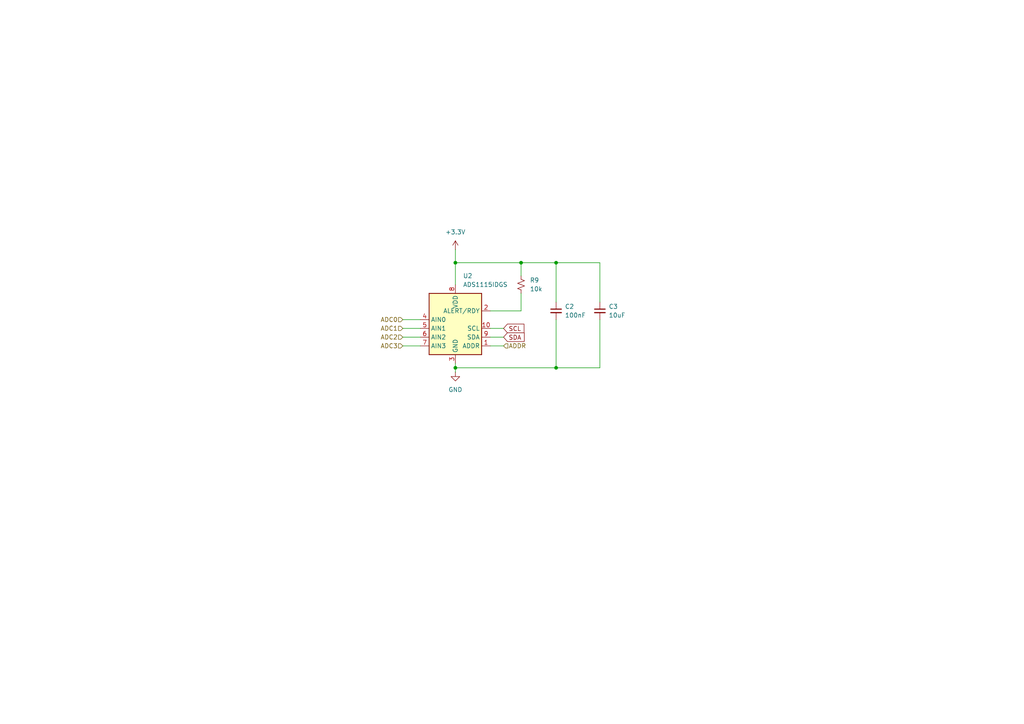
<source format=kicad_sch>
(kicad_sch (version 20250114) (generator "eeschema") (generator_version "9.0")
  (paper "A4")
  (lib_symbols
    (symbol "Analog_ADC:ADS1015IDGS"
      (property "Reference" "U" (at 2.54 13.97 0))
      (property "Value" "ADS1015IDGS" (at 7.62 11.43 0))
      (symbol "ADS1015IDGS_0_1"
        (rectangle (start -7.62 10.16) (end 7.62 -7.62) (stroke (width 0.254)) (fill (type background)))
      )
      (symbol "ADS1015IDGS_1_1"
        (pin input line (at -10.16 2.54 0) (length 2.54) (name "AIN0") (number "4"))
        (pin input line (at -10.16 0 0) (length 2.54) (name "AIN1") (number "5"))
        (pin input line (at -10.16 -2.54 0) (length 2.54) (name "AIN2") (number "6"))
        (pin input line (at -10.16 -5.08 0) (length 2.54) (name "AIN3") (number "7"))
        (pin power_in line (at 0 12.7 270) (length 2.54) (name "VDD") (number "8"))
        (pin power_in line (at 0 -10.16 90) (length 2.54) (name "GND") (number "3"))
        (pin output line (at 10.16 5.08 180) (length 2.54) (name "ALERT/RDY") (number "2"))
        (pin input line (at 10.16 0 180) (length 2.54) (name "SCL") (number "10"))
        (pin bidirectional line (at 10.16 -2.54 180) (length 2.54) (name "SDA") (number "9"))
        (pin input line (at 10.16 -5.08 180) (length 2.54) (name "ADDR") (number "1"))
      )
    )
    (symbol "Device:C_Small" (pin_numbers (hide yes)) (pin_names (offset 0.254) (hide yes))
      (property "Reference" "C" (at 0.254 1.778 0))
      (property "Value" "C_Small" (at 0.254 -2.032 0))
      (symbol "C_Small_0_1"
        (polyline (pts (xy -1.524 0.508) (xy 1.524 0.508)) (stroke (width 0.3048)))
        (polyline (pts (xy -1.524 -0.508) (xy 1.524 -0.508)) (stroke (width 0.3302)))
      )
      (symbol "C_Small_1_1"
        (pin passive line (at 0 2.54 270) (length 2.032) (name "~") (number "1"))
        (pin passive line (at 0 -2.54 90) (length 2.032) (name "~") (number "2"))
      )
    )
    (symbol "Device:R_Small_US" (pin_numbers (hide yes)) (pin_names (offset 0.254) (hide yes))
      (property "Reference" "R" (at 0.762 0.508 0))
      (property "Value" "R_Small_US" (at 0.762 -1.016 0))
      (symbol "R_Small_US_1_1"
        (polyline (pts (xy 0 1.524) (xy 1.016 1.143) (xy 0 0.762) (xy -1.016 0.381) (xy 0 0)))
        (polyline (pts (xy 0 0) (xy 1.016 -0.381) (xy 0 -0.762) (xy -1.016 -1.143) (xy 0 -1.524)))
        (pin passive line (at 0 2.54 270) (length 1.016) (name "~") (number "1"))
        (pin passive line (at 0 -2.54 90) (length 1.016) (name "~") (number "2"))
      )
    )
    (symbol "power:+3.3V" (power) (pin_numbers (hide yes)) (pin_names (offset 0) (hide yes))
      (property "Value" "+3.3V" (at 0 3.556 0))
      (symbol "+3.3V_0_1"
        (polyline (pts (xy -0.762 1.27) (xy 0 2.54)))
        (polyline (pts (xy 0 2.54) (xy 0.762 1.27)))
        (polyline (pts (xy 0 0) (xy 0 2.54)))
      )
      (symbol "+3.3V_1_1"
        (pin power_in line (at 0 0 90) (length 0) (name "~") (number "1"))
      )
    )
    (symbol "power:GND" (power) (pin_numbers (hide yes)) (pin_names (offset 0) (hide yes))
      (property "Value" "GND" (at 0 -3.81 0))
      (symbol "GND_0_1"
        (polyline (pts (xy 0 0) (xy 0 -1.27) (xy 1.27 -1.27) (xy 0 -2.54) (xy -1.27 -1.27) (xy 0 -1.27)))
      )
      (symbol "GND_1_1"
        (pin power_in line (at 0 0 270) (length 0) (name "~") (number "1"))
      )
    )
  )
  (junction (at 132.08 76.2))
  (junction (at 151.13 76.2))
  (junction (at 132.08 106.68))
  (junction (at 161.29 106.68))
  (junction (at 161.29 76.2))
  (wire (pts (xy 116.84 95.25) (xy 121.92 95.25)))
  (wire (pts (xy 161.29 106.68) (xy 132.08 106.68)))
  (wire (pts (xy 151.13 90.17) (xy 151.13 85.09)))
  (wire (pts (xy 151.13 76.2) (xy 151.13 80.01)))
  (wire (pts (xy 132.08 76.2) (xy 151.13 76.2)))
  (wire (pts (xy 161.29 76.2) (xy 173.99 76.2)))
  (wire (pts (xy 116.84 97.79) (xy 121.92 97.79)))
  (wire (pts (xy 173.99 106.68) (xy 161.29 106.68)))
  (wire (pts (xy 116.84 92.71) (xy 121.92 92.71)))
  (wire (pts (xy 161.29 92.71) (xy 161.29 106.68)))
  (wire (pts (xy 132.08 72.39) (xy 132.08 76.2)))
  (wire (pts (xy 116.84 100.33) (xy 121.92 100.33)))
  (wire (pts (xy 132.08 106.68) (xy 132.08 107.95)))
  (wire (pts (xy 142.24 95.25) (xy 146.05 95.25)))
  (wire (pts (xy 173.99 92.71) (xy 173.99 106.68)))
  (wire (pts (xy 151.13 76.2) (xy 161.29 76.2)))
  (wire (pts (xy 142.24 97.79) (xy 146.05 97.79)))
  (wire (pts (xy 142.24 100.33) (xy 146.05 100.33)))
  (wire (pts (xy 161.29 76.2) (xy 161.29 87.63)))
  (wire (pts (xy 173.99 76.2) (xy 173.99 87.63)))
  (wire (pts (xy 132.08 76.2) (xy 132.08 82.55)))
  (wire (pts (xy 132.08 105.41) (xy 132.08 106.68)))
  (wire (pts (xy 142.24 90.17) (xy 151.13 90.17)))
  (global_label "SDA" (shape input) (at 146.05 97.79 0) (property "Intersheetrefs" "${INTERSHEET_REFS}" (at 152.6033 97.79 0) (effects (justify left))))
  (global_label "SCL" (shape input) (at 146.05 95.25 0) (property "Intersheetrefs" "${INTERSHEET_REFS}" (at 152.5428 95.25 0) (effects (justify left))))
  (hierarchical_label "ADC1" (shape input) (at 116.84 95.25 180))
  (hierarchical_label "ADC2" (shape input) (at 116.84 97.79 180))
  (hierarchical_label "ADDR" (shape input) (at 146.05 100.33 0))
  (hierarchical_label "ADC3" (shape input) (at 116.84 100.33 180))
  (hierarchical_label "ADC0" (shape input) (at 116.84 92.71 180))
  (symbol (lib_id "Device:C_Small") (at 173.99 90.17 0) (unit 1)
    (property "Reference" "C3" (at 176.53 88.9063 0) (effects (justify left)))
    (property "Value" "10uF" (at 176.53 91.4463 0) (effects (justify left)))
    (property "Footprint" "Capacitor_SMD:C_0603_1608Metric" (effects (hide yes)))
    (property "LCSC" "C19702" (effects (hide yes)))
    (instances (project "sendit" (path "" (reference "C3") (unit 1)) (path "" (reference "C7") (unit 1))))
  )
  (symbol (lib_id "power:GND") (at 132.08 107.95 0) (unit 1)
    (property "Reference" "#PWR019" (effects (hide yes)))
    (property "Value" "GND" (at 132.08 113.03 0))
    (property "Description" "Power symbol creates a global label with name \"GND\" , ground" (effects (hide yes)))
    (instances (project "sendit" (path "" (reference "#PWR019") (unit 1)) (path "" (reference "#PWR043") (unit 1))))
  )
  (symbol (lib_id "Device:C_Small") (at 161.29 90.17 0) (unit 1)
    (property "Reference" "C2" (at 163.83 88.9063 0) (effects (justify left)))
    (property "Value" "100nF" (at 163.83 91.4463 0) (effects (justify left)))
    (property "Footprint" "Capacitor_SMD:C_0603_1608Metric" (effects (hide yes)))
    (property "LCSC" "C14663" (effects (hide yes)))
    (instances (project "sendit" (path "" (reference "C2") (unit 1)) (path "" (reference "C6") (unit 1))))
  )
  (symbol (lib_id "Device:R_Small_US") (at 151.13 82.55 180) (unit 1)
    (property "Reference" "R9" (at 153.67 81.28 0) (effects (justify right)))
    (property "Value" "10k" (at 153.67 83.82 0) (effects (justify right)))
    (property "Footprint" "Resistor_SMD:R_0603_1608Metric" (effects (hide yes)))
    (instances (project "sendit" (path "" (reference "R9") (unit 1)) (path "" (reference "R26") (unit 1))))
  )
  (symbol (lib_id "Analog_ADC:ADS1015IDGS") (at 132.08 95.25 0) (unit 1)
    (property "Reference" "U2" (at 134.2741 80.01 0) (effects (justify left)))
    (property "Value" "ADS1115IDGS" (at 134.2741 82.55 0) (effects (justify left)))
    (property "Footprint" "Package_SO:TSSOP-10_3x3mm_P0.5mm" (effects (hide yes)))
    (property "Datasheet" "http://www.ti.com/lit/ds/symlink/ads1015.pdf" (effects (hide yes)))
    (property "Description" "Ultra-Small, Low-Power, I2C-Compatible, 3.3-kSPS, 12-Bit ADCs With Internal Reference, Oscillator, and Programmable Comparator, VSSOP-10" (effects (hide yes)))
    (property "LCSC" "C37593" (effects (hide yes)))
    (instances (project "sendit" (path "" (reference "U2") (unit 1)) (path "" (reference "U3") (unit 1))))
  )
  (symbol (lib_id "power:+3.3V") (at 132.08 72.39 0) (unit 1)
    (property "Reference" "#PWR018" (effects (hide yes)))
    (property "Value" "+3.3V" (at 132.08 67.31 0))
    (property "Description" "Power symbol creates a global label with name \"+3.3V\"" (effects (hide yes)))
    (instances (project "sendit" (path "" (reference "#PWR018") (unit 1)) (path "" (reference "#PWR042") (unit 1))))
  )
)
</source>
